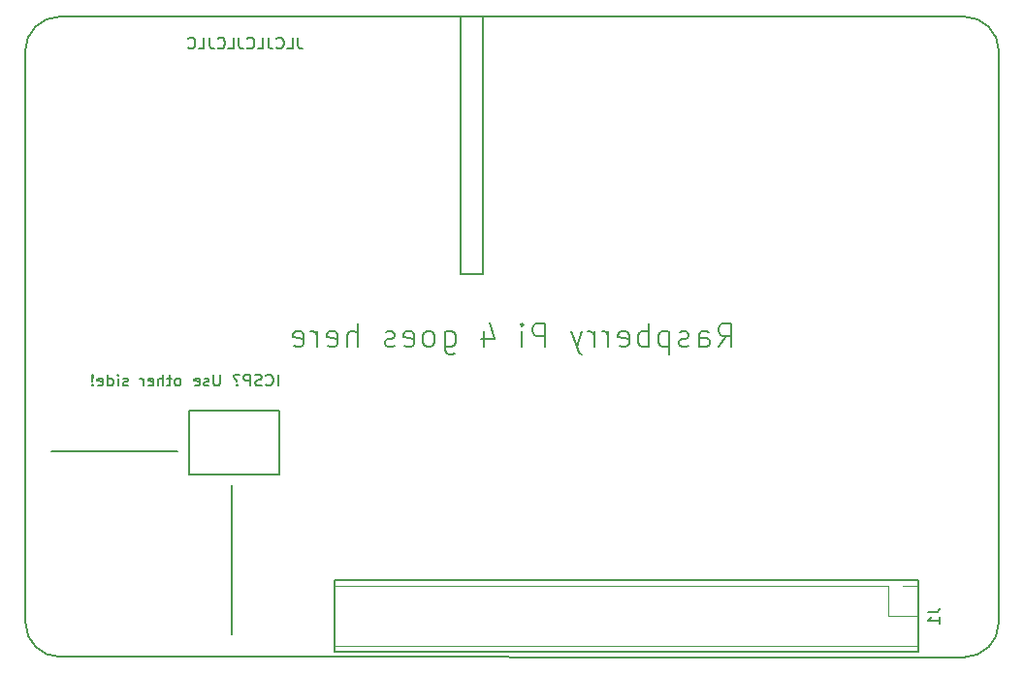
<source format=gbo>
%TF.GenerationSoftware,KiCad,Pcbnew,7.0.9-29-ge2d8d53a10*%
%TF.CreationDate,2023-11-19T17:16:07+01:00*%
%TF.ProjectId,scan-controller-kicad,7363616e-2d63-46f6-9e74-726f6c6c6572,rev?*%
%TF.SameCoordinates,Original*%
%TF.FileFunction,Legend,Bot*%
%TF.FilePolarity,Positive*%
%FSLAX46Y46*%
G04 Gerber Fmt 4.6, Leading zero omitted, Abs format (unit mm)*
G04 Created by KiCad (PCBNEW 7.0.9-29-ge2d8d53a10) date 2023-11-19 17:16:07*
%MOMM*%
%LPD*%
G01*
G04 APERTURE LIST*
%ADD10C,0.150000*%
%ADD11C,0.200000*%
%ADD12C,0.120000*%
%ADD13C,0.900000*%
%ADD14O,1.700000X1.700000*%
%ADD15R,1.700000X1.700000*%
%ADD16C,2.000000*%
%ADD17C,1.800000*%
%ADD18R,1.500000X1.500000*%
%ADD19C,2.100000*%
%ADD20R,2.100000X2.100000*%
%ADD21C,1.520000*%
%ADD22R,2.000000X2.000000*%
%ADD23C,3.500000*%
%ADD24C,2.600000*%
%ADD25C,0.800000*%
%ADD26C,6.400000*%
%ADD27C,2.200000*%
%ADD28R,2.200000X2.200000*%
%ADD29O,3.000000X3.300000*%
%ADD30C,1.700000*%
%ADD31R,1.000000X1.000000*%
%ADD32C,0.770000*%
G04 APERTURE END LIST*
D10*
X153555506Y-75069819D02*
X153555506Y-75784104D01*
X153555506Y-75784104D02*
X153603125Y-75926961D01*
X153603125Y-75926961D02*
X153698363Y-76022200D01*
X153698363Y-76022200D02*
X153841220Y-76069819D01*
X153841220Y-76069819D02*
X153936458Y-76069819D01*
X152603125Y-76069819D02*
X153079315Y-76069819D01*
X153079315Y-76069819D02*
X153079315Y-75069819D01*
X151698363Y-75974580D02*
X151745982Y-76022200D01*
X151745982Y-76022200D02*
X151888839Y-76069819D01*
X151888839Y-76069819D02*
X151984077Y-76069819D01*
X151984077Y-76069819D02*
X152126934Y-76022200D01*
X152126934Y-76022200D02*
X152222172Y-75926961D01*
X152222172Y-75926961D02*
X152269791Y-75831723D01*
X152269791Y-75831723D02*
X152317410Y-75641247D01*
X152317410Y-75641247D02*
X152317410Y-75498390D01*
X152317410Y-75498390D02*
X152269791Y-75307914D01*
X152269791Y-75307914D02*
X152222172Y-75212676D01*
X152222172Y-75212676D02*
X152126934Y-75117438D01*
X152126934Y-75117438D02*
X151984077Y-75069819D01*
X151984077Y-75069819D02*
X151888839Y-75069819D01*
X151888839Y-75069819D02*
X151745982Y-75117438D01*
X151745982Y-75117438D02*
X151698363Y-75165057D01*
X150984077Y-75069819D02*
X150984077Y-75784104D01*
X150984077Y-75784104D02*
X151031696Y-75926961D01*
X151031696Y-75926961D02*
X151126934Y-76022200D01*
X151126934Y-76022200D02*
X151269791Y-76069819D01*
X151269791Y-76069819D02*
X151365029Y-76069819D01*
X150031696Y-76069819D02*
X150507886Y-76069819D01*
X150507886Y-76069819D02*
X150507886Y-75069819D01*
X149126934Y-75974580D02*
X149174553Y-76022200D01*
X149174553Y-76022200D02*
X149317410Y-76069819D01*
X149317410Y-76069819D02*
X149412648Y-76069819D01*
X149412648Y-76069819D02*
X149555505Y-76022200D01*
X149555505Y-76022200D02*
X149650743Y-75926961D01*
X149650743Y-75926961D02*
X149698362Y-75831723D01*
X149698362Y-75831723D02*
X149745981Y-75641247D01*
X149745981Y-75641247D02*
X149745981Y-75498390D01*
X149745981Y-75498390D02*
X149698362Y-75307914D01*
X149698362Y-75307914D02*
X149650743Y-75212676D01*
X149650743Y-75212676D02*
X149555505Y-75117438D01*
X149555505Y-75117438D02*
X149412648Y-75069819D01*
X149412648Y-75069819D02*
X149317410Y-75069819D01*
X149317410Y-75069819D02*
X149174553Y-75117438D01*
X149174553Y-75117438D02*
X149126934Y-75165057D01*
X148412648Y-75069819D02*
X148412648Y-75784104D01*
X148412648Y-75784104D02*
X148460267Y-75926961D01*
X148460267Y-75926961D02*
X148555505Y-76022200D01*
X148555505Y-76022200D02*
X148698362Y-76069819D01*
X148698362Y-76069819D02*
X148793600Y-76069819D01*
X147460267Y-76069819D02*
X147936457Y-76069819D01*
X147936457Y-76069819D02*
X147936457Y-75069819D01*
X146555505Y-75974580D02*
X146603124Y-76022200D01*
X146603124Y-76022200D02*
X146745981Y-76069819D01*
X146745981Y-76069819D02*
X146841219Y-76069819D01*
X146841219Y-76069819D02*
X146984076Y-76022200D01*
X146984076Y-76022200D02*
X147079314Y-75926961D01*
X147079314Y-75926961D02*
X147126933Y-75831723D01*
X147126933Y-75831723D02*
X147174552Y-75641247D01*
X147174552Y-75641247D02*
X147174552Y-75498390D01*
X147174552Y-75498390D02*
X147126933Y-75307914D01*
X147126933Y-75307914D02*
X147079314Y-75212676D01*
X147079314Y-75212676D02*
X146984076Y-75117438D01*
X146984076Y-75117438D02*
X146841219Y-75069819D01*
X146841219Y-75069819D02*
X146745981Y-75069819D01*
X146745981Y-75069819D02*
X146603124Y-75117438D01*
X146603124Y-75117438D02*
X146555505Y-75165057D01*
X145841219Y-75069819D02*
X145841219Y-75784104D01*
X145841219Y-75784104D02*
X145888838Y-75926961D01*
X145888838Y-75926961D02*
X145984076Y-76022200D01*
X145984076Y-76022200D02*
X146126933Y-76069819D01*
X146126933Y-76069819D02*
X146222171Y-76069819D01*
X144888838Y-76069819D02*
X145365028Y-76069819D01*
X145365028Y-76069819D02*
X145365028Y-75069819D01*
X143984076Y-75974580D02*
X144031695Y-76022200D01*
X144031695Y-76022200D02*
X144174552Y-76069819D01*
X144174552Y-76069819D02*
X144269790Y-76069819D01*
X144269790Y-76069819D02*
X144412647Y-76022200D01*
X144412647Y-76022200D02*
X144507885Y-75926961D01*
X144507885Y-75926961D02*
X144555504Y-75831723D01*
X144555504Y-75831723D02*
X144603123Y-75641247D01*
X144603123Y-75641247D02*
X144603123Y-75498390D01*
X144603123Y-75498390D02*
X144555504Y-75307914D01*
X144555504Y-75307914D02*
X144507885Y-75212676D01*
X144507885Y-75212676D02*
X144412647Y-75117438D01*
X144412647Y-75117438D02*
X144269790Y-75069819D01*
X144269790Y-75069819D02*
X144174552Y-75069819D01*
X144174552Y-75069819D02*
X144031695Y-75117438D01*
X144031695Y-75117438D02*
X143984076Y-75165057D01*
X211750000Y-73250000D02*
X132751320Y-73251320D01*
X147750000Y-114250000D02*
X147750000Y-127250000D01*
X211750000Y-129250000D02*
X132771320Y-129228680D01*
X132751320Y-73251320D02*
G75*
G03*
X129751320Y-76251320I-20J-2999980D01*
G01*
X156750000Y-122500000D02*
X207750000Y-122500000D01*
X207750000Y-128750000D01*
X156750000Y-128750000D01*
X156750000Y-122500000D01*
X167750000Y-73250000D02*
X169750000Y-73250000D01*
X169750000Y-95750000D01*
X167750000Y-95750000D01*
X167750000Y-73250000D01*
X143000000Y-111250000D02*
X132000000Y-111250000D01*
X211750000Y-129250000D02*
G75*
G03*
X214750000Y-126250000I0J3000000D01*
G01*
X129771320Y-126228680D02*
G75*
G03*
X132771320Y-129228680I2999980J-20D01*
G01*
X129751320Y-76251320D02*
X129771320Y-126228680D01*
X144018000Y-107696000D02*
X151892000Y-107696000D01*
X151892000Y-113284000D01*
X144018000Y-113284000D01*
X144018000Y-107696000D01*
X214750000Y-126250000D02*
X214750000Y-76250000D01*
X214750000Y-76250000D02*
G75*
G03*
X211750000Y-73250000I-3000000J0D01*
G01*
X151809220Y-105533819D02*
X151809220Y-104533819D01*
X150761602Y-105438580D02*
X150809221Y-105486200D01*
X150809221Y-105486200D02*
X150952078Y-105533819D01*
X150952078Y-105533819D02*
X151047316Y-105533819D01*
X151047316Y-105533819D02*
X151190173Y-105486200D01*
X151190173Y-105486200D02*
X151285411Y-105390961D01*
X151285411Y-105390961D02*
X151333030Y-105295723D01*
X151333030Y-105295723D02*
X151380649Y-105105247D01*
X151380649Y-105105247D02*
X151380649Y-104962390D01*
X151380649Y-104962390D02*
X151333030Y-104771914D01*
X151333030Y-104771914D02*
X151285411Y-104676676D01*
X151285411Y-104676676D02*
X151190173Y-104581438D01*
X151190173Y-104581438D02*
X151047316Y-104533819D01*
X151047316Y-104533819D02*
X150952078Y-104533819D01*
X150952078Y-104533819D02*
X150809221Y-104581438D01*
X150809221Y-104581438D02*
X150761602Y-104629057D01*
X150380649Y-105486200D02*
X150237792Y-105533819D01*
X150237792Y-105533819D02*
X149999697Y-105533819D01*
X149999697Y-105533819D02*
X149904459Y-105486200D01*
X149904459Y-105486200D02*
X149856840Y-105438580D01*
X149856840Y-105438580D02*
X149809221Y-105343342D01*
X149809221Y-105343342D02*
X149809221Y-105248104D01*
X149809221Y-105248104D02*
X149856840Y-105152866D01*
X149856840Y-105152866D02*
X149904459Y-105105247D01*
X149904459Y-105105247D02*
X149999697Y-105057628D01*
X149999697Y-105057628D02*
X150190173Y-105010009D01*
X150190173Y-105010009D02*
X150285411Y-104962390D01*
X150285411Y-104962390D02*
X150333030Y-104914771D01*
X150333030Y-104914771D02*
X150380649Y-104819533D01*
X150380649Y-104819533D02*
X150380649Y-104724295D01*
X150380649Y-104724295D02*
X150333030Y-104629057D01*
X150333030Y-104629057D02*
X150285411Y-104581438D01*
X150285411Y-104581438D02*
X150190173Y-104533819D01*
X150190173Y-104533819D02*
X149952078Y-104533819D01*
X149952078Y-104533819D02*
X149809221Y-104581438D01*
X149380649Y-105533819D02*
X149380649Y-104533819D01*
X149380649Y-104533819D02*
X148999697Y-104533819D01*
X148999697Y-104533819D02*
X148904459Y-104581438D01*
X148904459Y-104581438D02*
X148856840Y-104629057D01*
X148856840Y-104629057D02*
X148809221Y-104724295D01*
X148809221Y-104724295D02*
X148809221Y-104867152D01*
X148809221Y-104867152D02*
X148856840Y-104962390D01*
X148856840Y-104962390D02*
X148904459Y-105010009D01*
X148904459Y-105010009D02*
X148999697Y-105057628D01*
X148999697Y-105057628D02*
X149380649Y-105057628D01*
X148237792Y-105438580D02*
X148190173Y-105486200D01*
X148190173Y-105486200D02*
X148237792Y-105533819D01*
X148237792Y-105533819D02*
X148285411Y-105486200D01*
X148285411Y-105486200D02*
X148237792Y-105438580D01*
X148237792Y-105438580D02*
X148237792Y-105533819D01*
X148428268Y-104581438D02*
X148333030Y-104533819D01*
X148333030Y-104533819D02*
X148094935Y-104533819D01*
X148094935Y-104533819D02*
X147999697Y-104581438D01*
X147999697Y-104581438D02*
X147952078Y-104676676D01*
X147952078Y-104676676D02*
X147952078Y-104771914D01*
X147952078Y-104771914D02*
X147999697Y-104867152D01*
X147999697Y-104867152D02*
X148047316Y-104914771D01*
X148047316Y-104914771D02*
X148142554Y-104962390D01*
X148142554Y-104962390D02*
X148190173Y-105010009D01*
X148190173Y-105010009D02*
X148237792Y-105105247D01*
X148237792Y-105105247D02*
X148237792Y-105152866D01*
X146761601Y-104533819D02*
X146761601Y-105343342D01*
X146761601Y-105343342D02*
X146713982Y-105438580D01*
X146713982Y-105438580D02*
X146666363Y-105486200D01*
X146666363Y-105486200D02*
X146571125Y-105533819D01*
X146571125Y-105533819D02*
X146380649Y-105533819D01*
X146380649Y-105533819D02*
X146285411Y-105486200D01*
X146285411Y-105486200D02*
X146237792Y-105438580D01*
X146237792Y-105438580D02*
X146190173Y-105343342D01*
X146190173Y-105343342D02*
X146190173Y-104533819D01*
X145761601Y-105486200D02*
X145666363Y-105533819D01*
X145666363Y-105533819D02*
X145475887Y-105533819D01*
X145475887Y-105533819D02*
X145380649Y-105486200D01*
X145380649Y-105486200D02*
X145333030Y-105390961D01*
X145333030Y-105390961D02*
X145333030Y-105343342D01*
X145333030Y-105343342D02*
X145380649Y-105248104D01*
X145380649Y-105248104D02*
X145475887Y-105200485D01*
X145475887Y-105200485D02*
X145618744Y-105200485D01*
X145618744Y-105200485D02*
X145713982Y-105152866D01*
X145713982Y-105152866D02*
X145761601Y-105057628D01*
X145761601Y-105057628D02*
X145761601Y-105010009D01*
X145761601Y-105010009D02*
X145713982Y-104914771D01*
X145713982Y-104914771D02*
X145618744Y-104867152D01*
X145618744Y-104867152D02*
X145475887Y-104867152D01*
X145475887Y-104867152D02*
X145380649Y-104914771D01*
X144523506Y-105486200D02*
X144618744Y-105533819D01*
X144618744Y-105533819D02*
X144809220Y-105533819D01*
X144809220Y-105533819D02*
X144904458Y-105486200D01*
X144904458Y-105486200D02*
X144952077Y-105390961D01*
X144952077Y-105390961D02*
X144952077Y-105010009D01*
X144952077Y-105010009D02*
X144904458Y-104914771D01*
X144904458Y-104914771D02*
X144809220Y-104867152D01*
X144809220Y-104867152D02*
X144618744Y-104867152D01*
X144618744Y-104867152D02*
X144523506Y-104914771D01*
X144523506Y-104914771D02*
X144475887Y-105010009D01*
X144475887Y-105010009D02*
X144475887Y-105105247D01*
X144475887Y-105105247D02*
X144952077Y-105200485D01*
X143142553Y-105533819D02*
X143237791Y-105486200D01*
X143237791Y-105486200D02*
X143285410Y-105438580D01*
X143285410Y-105438580D02*
X143333029Y-105343342D01*
X143333029Y-105343342D02*
X143333029Y-105057628D01*
X143333029Y-105057628D02*
X143285410Y-104962390D01*
X143285410Y-104962390D02*
X143237791Y-104914771D01*
X143237791Y-104914771D02*
X143142553Y-104867152D01*
X143142553Y-104867152D02*
X142999696Y-104867152D01*
X142999696Y-104867152D02*
X142904458Y-104914771D01*
X142904458Y-104914771D02*
X142856839Y-104962390D01*
X142856839Y-104962390D02*
X142809220Y-105057628D01*
X142809220Y-105057628D02*
X142809220Y-105343342D01*
X142809220Y-105343342D02*
X142856839Y-105438580D01*
X142856839Y-105438580D02*
X142904458Y-105486200D01*
X142904458Y-105486200D02*
X142999696Y-105533819D01*
X142999696Y-105533819D02*
X143142553Y-105533819D01*
X142523505Y-104867152D02*
X142142553Y-104867152D01*
X142380648Y-104533819D02*
X142380648Y-105390961D01*
X142380648Y-105390961D02*
X142333029Y-105486200D01*
X142333029Y-105486200D02*
X142237791Y-105533819D01*
X142237791Y-105533819D02*
X142142553Y-105533819D01*
X141809219Y-105533819D02*
X141809219Y-104533819D01*
X141380648Y-105533819D02*
X141380648Y-105010009D01*
X141380648Y-105010009D02*
X141428267Y-104914771D01*
X141428267Y-104914771D02*
X141523505Y-104867152D01*
X141523505Y-104867152D02*
X141666362Y-104867152D01*
X141666362Y-104867152D02*
X141761600Y-104914771D01*
X141761600Y-104914771D02*
X141809219Y-104962390D01*
X140523505Y-105486200D02*
X140618743Y-105533819D01*
X140618743Y-105533819D02*
X140809219Y-105533819D01*
X140809219Y-105533819D02*
X140904457Y-105486200D01*
X140904457Y-105486200D02*
X140952076Y-105390961D01*
X140952076Y-105390961D02*
X140952076Y-105010009D01*
X140952076Y-105010009D02*
X140904457Y-104914771D01*
X140904457Y-104914771D02*
X140809219Y-104867152D01*
X140809219Y-104867152D02*
X140618743Y-104867152D01*
X140618743Y-104867152D02*
X140523505Y-104914771D01*
X140523505Y-104914771D02*
X140475886Y-105010009D01*
X140475886Y-105010009D02*
X140475886Y-105105247D01*
X140475886Y-105105247D02*
X140952076Y-105200485D01*
X140047314Y-105533819D02*
X140047314Y-104867152D01*
X140047314Y-105057628D02*
X139999695Y-104962390D01*
X139999695Y-104962390D02*
X139952076Y-104914771D01*
X139952076Y-104914771D02*
X139856838Y-104867152D01*
X139856838Y-104867152D02*
X139761600Y-104867152D01*
X138713980Y-105486200D02*
X138618742Y-105533819D01*
X138618742Y-105533819D02*
X138428266Y-105533819D01*
X138428266Y-105533819D02*
X138333028Y-105486200D01*
X138333028Y-105486200D02*
X138285409Y-105390961D01*
X138285409Y-105390961D02*
X138285409Y-105343342D01*
X138285409Y-105343342D02*
X138333028Y-105248104D01*
X138333028Y-105248104D02*
X138428266Y-105200485D01*
X138428266Y-105200485D02*
X138571123Y-105200485D01*
X138571123Y-105200485D02*
X138666361Y-105152866D01*
X138666361Y-105152866D02*
X138713980Y-105057628D01*
X138713980Y-105057628D02*
X138713980Y-105010009D01*
X138713980Y-105010009D02*
X138666361Y-104914771D01*
X138666361Y-104914771D02*
X138571123Y-104867152D01*
X138571123Y-104867152D02*
X138428266Y-104867152D01*
X138428266Y-104867152D02*
X138333028Y-104914771D01*
X137856837Y-105533819D02*
X137856837Y-104867152D01*
X137856837Y-104533819D02*
X137904456Y-104581438D01*
X137904456Y-104581438D02*
X137856837Y-104629057D01*
X137856837Y-104629057D02*
X137809218Y-104581438D01*
X137809218Y-104581438D02*
X137856837Y-104533819D01*
X137856837Y-104533819D02*
X137856837Y-104629057D01*
X136952076Y-105533819D02*
X136952076Y-104533819D01*
X136952076Y-105486200D02*
X137047314Y-105533819D01*
X137047314Y-105533819D02*
X137237790Y-105533819D01*
X137237790Y-105533819D02*
X137333028Y-105486200D01*
X137333028Y-105486200D02*
X137380647Y-105438580D01*
X137380647Y-105438580D02*
X137428266Y-105343342D01*
X137428266Y-105343342D02*
X137428266Y-105057628D01*
X137428266Y-105057628D02*
X137380647Y-104962390D01*
X137380647Y-104962390D02*
X137333028Y-104914771D01*
X137333028Y-104914771D02*
X137237790Y-104867152D01*
X137237790Y-104867152D02*
X137047314Y-104867152D01*
X137047314Y-104867152D02*
X136952076Y-104914771D01*
X136094933Y-105486200D02*
X136190171Y-105533819D01*
X136190171Y-105533819D02*
X136380647Y-105533819D01*
X136380647Y-105533819D02*
X136475885Y-105486200D01*
X136475885Y-105486200D02*
X136523504Y-105390961D01*
X136523504Y-105390961D02*
X136523504Y-105010009D01*
X136523504Y-105010009D02*
X136475885Y-104914771D01*
X136475885Y-104914771D02*
X136380647Y-104867152D01*
X136380647Y-104867152D02*
X136190171Y-104867152D01*
X136190171Y-104867152D02*
X136094933Y-104914771D01*
X136094933Y-104914771D02*
X136047314Y-105010009D01*
X136047314Y-105010009D02*
X136047314Y-105105247D01*
X136047314Y-105105247D02*
X136523504Y-105200485D01*
X135618742Y-105438580D02*
X135571123Y-105486200D01*
X135571123Y-105486200D02*
X135618742Y-105533819D01*
X135618742Y-105533819D02*
X135666361Y-105486200D01*
X135666361Y-105486200D02*
X135618742Y-105438580D01*
X135618742Y-105438580D02*
X135618742Y-105533819D01*
X135618742Y-105152866D02*
X135666361Y-104581438D01*
X135666361Y-104581438D02*
X135618742Y-104533819D01*
X135618742Y-104533819D02*
X135571123Y-104581438D01*
X135571123Y-104581438D02*
X135618742Y-105152866D01*
X135618742Y-105152866D02*
X135618742Y-104533819D01*
D11*
X190273374Y-102106838D02*
X190940041Y-101154457D01*
X191416231Y-102106838D02*
X191416231Y-100106838D01*
X191416231Y-100106838D02*
X190654326Y-100106838D01*
X190654326Y-100106838D02*
X190463850Y-100202076D01*
X190463850Y-100202076D02*
X190368612Y-100297314D01*
X190368612Y-100297314D02*
X190273374Y-100487790D01*
X190273374Y-100487790D02*
X190273374Y-100773504D01*
X190273374Y-100773504D02*
X190368612Y-100963980D01*
X190368612Y-100963980D02*
X190463850Y-101059219D01*
X190463850Y-101059219D02*
X190654326Y-101154457D01*
X190654326Y-101154457D02*
X191416231Y-101154457D01*
X188559088Y-102106838D02*
X188559088Y-101059219D01*
X188559088Y-101059219D02*
X188654326Y-100868742D01*
X188654326Y-100868742D02*
X188844802Y-100773504D01*
X188844802Y-100773504D02*
X189225755Y-100773504D01*
X189225755Y-100773504D02*
X189416231Y-100868742D01*
X188559088Y-102011600D02*
X188749564Y-102106838D01*
X188749564Y-102106838D02*
X189225755Y-102106838D01*
X189225755Y-102106838D02*
X189416231Y-102011600D01*
X189416231Y-102011600D02*
X189511469Y-101821123D01*
X189511469Y-101821123D02*
X189511469Y-101630647D01*
X189511469Y-101630647D02*
X189416231Y-101440171D01*
X189416231Y-101440171D02*
X189225755Y-101344933D01*
X189225755Y-101344933D02*
X188749564Y-101344933D01*
X188749564Y-101344933D02*
X188559088Y-101249695D01*
X187701945Y-102011600D02*
X187511469Y-102106838D01*
X187511469Y-102106838D02*
X187130517Y-102106838D01*
X187130517Y-102106838D02*
X186940040Y-102011600D01*
X186940040Y-102011600D02*
X186844802Y-101821123D01*
X186844802Y-101821123D02*
X186844802Y-101725885D01*
X186844802Y-101725885D02*
X186940040Y-101535409D01*
X186940040Y-101535409D02*
X187130517Y-101440171D01*
X187130517Y-101440171D02*
X187416231Y-101440171D01*
X187416231Y-101440171D02*
X187606707Y-101344933D01*
X187606707Y-101344933D02*
X187701945Y-101154457D01*
X187701945Y-101154457D02*
X187701945Y-101059219D01*
X187701945Y-101059219D02*
X187606707Y-100868742D01*
X187606707Y-100868742D02*
X187416231Y-100773504D01*
X187416231Y-100773504D02*
X187130517Y-100773504D01*
X187130517Y-100773504D02*
X186940040Y-100868742D01*
X185987659Y-100773504D02*
X185987659Y-102773504D01*
X185987659Y-100868742D02*
X185797183Y-100773504D01*
X185797183Y-100773504D02*
X185416230Y-100773504D01*
X185416230Y-100773504D02*
X185225754Y-100868742D01*
X185225754Y-100868742D02*
X185130516Y-100963980D01*
X185130516Y-100963980D02*
X185035278Y-101154457D01*
X185035278Y-101154457D02*
X185035278Y-101725885D01*
X185035278Y-101725885D02*
X185130516Y-101916361D01*
X185130516Y-101916361D02*
X185225754Y-102011600D01*
X185225754Y-102011600D02*
X185416230Y-102106838D01*
X185416230Y-102106838D02*
X185797183Y-102106838D01*
X185797183Y-102106838D02*
X185987659Y-102011600D01*
X184178135Y-102106838D02*
X184178135Y-100106838D01*
X184178135Y-100868742D02*
X183987659Y-100773504D01*
X183987659Y-100773504D02*
X183606706Y-100773504D01*
X183606706Y-100773504D02*
X183416230Y-100868742D01*
X183416230Y-100868742D02*
X183320992Y-100963980D01*
X183320992Y-100963980D02*
X183225754Y-101154457D01*
X183225754Y-101154457D02*
X183225754Y-101725885D01*
X183225754Y-101725885D02*
X183320992Y-101916361D01*
X183320992Y-101916361D02*
X183416230Y-102011600D01*
X183416230Y-102011600D02*
X183606706Y-102106838D01*
X183606706Y-102106838D02*
X183987659Y-102106838D01*
X183987659Y-102106838D02*
X184178135Y-102011600D01*
X181606706Y-102011600D02*
X181797182Y-102106838D01*
X181797182Y-102106838D02*
X182178135Y-102106838D01*
X182178135Y-102106838D02*
X182368611Y-102011600D01*
X182368611Y-102011600D02*
X182463849Y-101821123D01*
X182463849Y-101821123D02*
X182463849Y-101059219D01*
X182463849Y-101059219D02*
X182368611Y-100868742D01*
X182368611Y-100868742D02*
X182178135Y-100773504D01*
X182178135Y-100773504D02*
X181797182Y-100773504D01*
X181797182Y-100773504D02*
X181606706Y-100868742D01*
X181606706Y-100868742D02*
X181511468Y-101059219D01*
X181511468Y-101059219D02*
X181511468Y-101249695D01*
X181511468Y-101249695D02*
X182463849Y-101440171D01*
X180654325Y-102106838D02*
X180654325Y-100773504D01*
X180654325Y-101154457D02*
X180559087Y-100963980D01*
X180559087Y-100963980D02*
X180463849Y-100868742D01*
X180463849Y-100868742D02*
X180273373Y-100773504D01*
X180273373Y-100773504D02*
X180082896Y-100773504D01*
X179416230Y-102106838D02*
X179416230Y-100773504D01*
X179416230Y-101154457D02*
X179320992Y-100963980D01*
X179320992Y-100963980D02*
X179225754Y-100868742D01*
X179225754Y-100868742D02*
X179035278Y-100773504D01*
X179035278Y-100773504D02*
X178844801Y-100773504D01*
X178368611Y-100773504D02*
X177892421Y-102106838D01*
X177416230Y-100773504D02*
X177892421Y-102106838D01*
X177892421Y-102106838D02*
X178082897Y-102583028D01*
X178082897Y-102583028D02*
X178178135Y-102678266D01*
X178178135Y-102678266D02*
X178368611Y-102773504D01*
X175130515Y-102106838D02*
X175130515Y-100106838D01*
X175130515Y-100106838D02*
X174368610Y-100106838D01*
X174368610Y-100106838D02*
X174178134Y-100202076D01*
X174178134Y-100202076D02*
X174082896Y-100297314D01*
X174082896Y-100297314D02*
X173987658Y-100487790D01*
X173987658Y-100487790D02*
X173987658Y-100773504D01*
X173987658Y-100773504D02*
X174082896Y-100963980D01*
X174082896Y-100963980D02*
X174178134Y-101059219D01*
X174178134Y-101059219D02*
X174368610Y-101154457D01*
X174368610Y-101154457D02*
X175130515Y-101154457D01*
X173130515Y-102106838D02*
X173130515Y-100773504D01*
X173130515Y-100106838D02*
X173225753Y-100202076D01*
X173225753Y-100202076D02*
X173130515Y-100297314D01*
X173130515Y-100297314D02*
X173035277Y-100202076D01*
X173035277Y-100202076D02*
X173130515Y-100106838D01*
X173130515Y-100106838D02*
X173130515Y-100297314D01*
X169797181Y-100773504D02*
X169797181Y-102106838D01*
X170273372Y-100011600D02*
X170749562Y-101440171D01*
X170749562Y-101440171D02*
X169511467Y-101440171D01*
X166368609Y-100773504D02*
X166368609Y-102392552D01*
X166368609Y-102392552D02*
X166463847Y-102583028D01*
X166463847Y-102583028D02*
X166559085Y-102678266D01*
X166559085Y-102678266D02*
X166749562Y-102773504D01*
X166749562Y-102773504D02*
X167035276Y-102773504D01*
X167035276Y-102773504D02*
X167225752Y-102678266D01*
X166368609Y-102011600D02*
X166559085Y-102106838D01*
X166559085Y-102106838D02*
X166940038Y-102106838D01*
X166940038Y-102106838D02*
X167130514Y-102011600D01*
X167130514Y-102011600D02*
X167225752Y-101916361D01*
X167225752Y-101916361D02*
X167320990Y-101725885D01*
X167320990Y-101725885D02*
X167320990Y-101154457D01*
X167320990Y-101154457D02*
X167225752Y-100963980D01*
X167225752Y-100963980D02*
X167130514Y-100868742D01*
X167130514Y-100868742D02*
X166940038Y-100773504D01*
X166940038Y-100773504D02*
X166559085Y-100773504D01*
X166559085Y-100773504D02*
X166368609Y-100868742D01*
X165130514Y-102106838D02*
X165320990Y-102011600D01*
X165320990Y-102011600D02*
X165416228Y-101916361D01*
X165416228Y-101916361D02*
X165511466Y-101725885D01*
X165511466Y-101725885D02*
X165511466Y-101154457D01*
X165511466Y-101154457D02*
X165416228Y-100963980D01*
X165416228Y-100963980D02*
X165320990Y-100868742D01*
X165320990Y-100868742D02*
X165130514Y-100773504D01*
X165130514Y-100773504D02*
X164844799Y-100773504D01*
X164844799Y-100773504D02*
X164654323Y-100868742D01*
X164654323Y-100868742D02*
X164559085Y-100963980D01*
X164559085Y-100963980D02*
X164463847Y-101154457D01*
X164463847Y-101154457D02*
X164463847Y-101725885D01*
X164463847Y-101725885D02*
X164559085Y-101916361D01*
X164559085Y-101916361D02*
X164654323Y-102011600D01*
X164654323Y-102011600D02*
X164844799Y-102106838D01*
X164844799Y-102106838D02*
X165130514Y-102106838D01*
X162844799Y-102011600D02*
X163035275Y-102106838D01*
X163035275Y-102106838D02*
X163416228Y-102106838D01*
X163416228Y-102106838D02*
X163606704Y-102011600D01*
X163606704Y-102011600D02*
X163701942Y-101821123D01*
X163701942Y-101821123D02*
X163701942Y-101059219D01*
X163701942Y-101059219D02*
X163606704Y-100868742D01*
X163606704Y-100868742D02*
X163416228Y-100773504D01*
X163416228Y-100773504D02*
X163035275Y-100773504D01*
X163035275Y-100773504D02*
X162844799Y-100868742D01*
X162844799Y-100868742D02*
X162749561Y-101059219D01*
X162749561Y-101059219D02*
X162749561Y-101249695D01*
X162749561Y-101249695D02*
X163701942Y-101440171D01*
X161987656Y-102011600D02*
X161797180Y-102106838D01*
X161797180Y-102106838D02*
X161416228Y-102106838D01*
X161416228Y-102106838D02*
X161225751Y-102011600D01*
X161225751Y-102011600D02*
X161130513Y-101821123D01*
X161130513Y-101821123D02*
X161130513Y-101725885D01*
X161130513Y-101725885D02*
X161225751Y-101535409D01*
X161225751Y-101535409D02*
X161416228Y-101440171D01*
X161416228Y-101440171D02*
X161701942Y-101440171D01*
X161701942Y-101440171D02*
X161892418Y-101344933D01*
X161892418Y-101344933D02*
X161987656Y-101154457D01*
X161987656Y-101154457D02*
X161987656Y-101059219D01*
X161987656Y-101059219D02*
X161892418Y-100868742D01*
X161892418Y-100868742D02*
X161701942Y-100773504D01*
X161701942Y-100773504D02*
X161416228Y-100773504D01*
X161416228Y-100773504D02*
X161225751Y-100868742D01*
X158749560Y-102106838D02*
X158749560Y-100106838D01*
X157892417Y-102106838D02*
X157892417Y-101059219D01*
X157892417Y-101059219D02*
X157987655Y-100868742D01*
X157987655Y-100868742D02*
X158178131Y-100773504D01*
X158178131Y-100773504D02*
X158463846Y-100773504D01*
X158463846Y-100773504D02*
X158654322Y-100868742D01*
X158654322Y-100868742D02*
X158749560Y-100963980D01*
X156178131Y-102011600D02*
X156368607Y-102106838D01*
X156368607Y-102106838D02*
X156749560Y-102106838D01*
X156749560Y-102106838D02*
X156940036Y-102011600D01*
X156940036Y-102011600D02*
X157035274Y-101821123D01*
X157035274Y-101821123D02*
X157035274Y-101059219D01*
X157035274Y-101059219D02*
X156940036Y-100868742D01*
X156940036Y-100868742D02*
X156749560Y-100773504D01*
X156749560Y-100773504D02*
X156368607Y-100773504D01*
X156368607Y-100773504D02*
X156178131Y-100868742D01*
X156178131Y-100868742D02*
X156082893Y-101059219D01*
X156082893Y-101059219D02*
X156082893Y-101249695D01*
X156082893Y-101249695D02*
X157035274Y-101440171D01*
X155225750Y-102106838D02*
X155225750Y-100773504D01*
X155225750Y-101154457D02*
X155130512Y-100963980D01*
X155130512Y-100963980D02*
X155035274Y-100868742D01*
X155035274Y-100868742D02*
X154844798Y-100773504D01*
X154844798Y-100773504D02*
X154654321Y-100773504D01*
X153225750Y-102011600D02*
X153416226Y-102106838D01*
X153416226Y-102106838D02*
X153797179Y-102106838D01*
X153797179Y-102106838D02*
X153987655Y-102011600D01*
X153987655Y-102011600D02*
X154082893Y-101821123D01*
X154082893Y-101821123D02*
X154082893Y-101059219D01*
X154082893Y-101059219D02*
X153987655Y-100868742D01*
X153987655Y-100868742D02*
X153797179Y-100773504D01*
X153797179Y-100773504D02*
X153416226Y-100773504D01*
X153416226Y-100773504D02*
X153225750Y-100868742D01*
X153225750Y-100868742D02*
X153130512Y-101059219D01*
X153130512Y-101059219D02*
X153130512Y-101249695D01*
X153130512Y-101249695D02*
X154082893Y-101440171D01*
D10*
X208590412Y-125316429D02*
X209304697Y-125316429D01*
X209304697Y-125316429D02*
X209447554Y-125268810D01*
X209447554Y-125268810D02*
X209542793Y-125173572D01*
X209542793Y-125173572D02*
X209590412Y-125030715D01*
X209590412Y-125030715D02*
X209590412Y-124935477D01*
X209590412Y-126316429D02*
X209590412Y-125745001D01*
X209590412Y-126030715D02*
X208590412Y-126030715D01*
X208590412Y-126030715D02*
X208733269Y-125935477D01*
X208733269Y-125935477D02*
X208828507Y-125840239D01*
X208828507Y-125840239D02*
X208876126Y-125745001D01*
D12*
%TO.C,J1*%
X207695593Y-123049763D02*
X206365593Y-123049763D01*
X205095593Y-123049763D02*
X156775593Y-123049763D01*
X207695593Y-124379763D02*
X207695593Y-123049763D01*
X207695593Y-125649763D02*
X205095593Y-125649763D01*
X205095593Y-125649763D02*
X205095593Y-123049763D01*
X207695593Y-128249763D02*
X207695593Y-125649763D01*
X207695593Y-128249763D02*
X156775593Y-128249763D01*
X156775593Y-128249763D02*
X156775593Y-123049763D01*
%TD*%
%LPC*%
D11*
X126912781Y-126625565D02*
X126912781Y-127292232D01*
X125865162Y-127292232D02*
X127865162Y-127292232D01*
X127865162Y-127292232D02*
X127865162Y-126339851D01*
X125865162Y-125577946D02*
X127198496Y-125577946D01*
X127865162Y-125577946D02*
X127769924Y-125673184D01*
X127769924Y-125673184D02*
X127674686Y-125577946D01*
X127674686Y-125577946D02*
X127769924Y-125482708D01*
X127769924Y-125482708D02*
X127865162Y-125577946D01*
X127865162Y-125577946D02*
X127674686Y-125577946D01*
X125865162Y-124339851D02*
X125960401Y-124530327D01*
X125960401Y-124530327D02*
X126150877Y-124625565D01*
X126150877Y-124625565D02*
X127865162Y-124625565D01*
X125865162Y-123577946D02*
X127198496Y-123577946D01*
X127008020Y-123577946D02*
X127103258Y-123482708D01*
X127103258Y-123482708D02*
X127198496Y-123292232D01*
X127198496Y-123292232D02*
X127198496Y-123006517D01*
X127198496Y-123006517D02*
X127103258Y-122816041D01*
X127103258Y-122816041D02*
X126912781Y-122720803D01*
X126912781Y-122720803D02*
X125865162Y-122720803D01*
X126912781Y-122720803D02*
X127103258Y-122625565D01*
X127103258Y-122625565D02*
X127198496Y-122435089D01*
X127198496Y-122435089D02*
X127198496Y-122149375D01*
X127198496Y-122149375D02*
X127103258Y-121958898D01*
X127103258Y-121958898D02*
X126912781Y-121863660D01*
X126912781Y-121863660D02*
X125865162Y-121863660D01*
X125865162Y-120911279D02*
X127865162Y-120911279D01*
X126627067Y-120720803D02*
X125865162Y-120149374D01*
X127198496Y-120149374D02*
X126436591Y-120911279D01*
X125865162Y-119006517D02*
X125960401Y-119196993D01*
X125960401Y-119196993D02*
X126055639Y-119292231D01*
X126055639Y-119292231D02*
X126246115Y-119387469D01*
X126246115Y-119387469D02*
X126817543Y-119387469D01*
X126817543Y-119387469D02*
X127008020Y-119292231D01*
X127008020Y-119292231D02*
X127103258Y-119196993D01*
X127103258Y-119196993D02*
X127198496Y-119006517D01*
X127198496Y-119006517D02*
X127198496Y-118720802D01*
X127198496Y-118720802D02*
X127103258Y-118530326D01*
X127103258Y-118530326D02*
X127008020Y-118435088D01*
X127008020Y-118435088D02*
X126817543Y-118339850D01*
X126817543Y-118339850D02*
X126246115Y-118339850D01*
X126246115Y-118339850D02*
X126055639Y-118435088D01*
X126055639Y-118435088D02*
X125960401Y-118530326D01*
X125960401Y-118530326D02*
X125865162Y-118720802D01*
X125865162Y-118720802D02*
X125865162Y-119006517D01*
X125865162Y-117482707D02*
X127198496Y-117482707D01*
X126817543Y-117482707D02*
X127008020Y-117387469D01*
X127008020Y-117387469D02*
X127103258Y-117292231D01*
X127103258Y-117292231D02*
X127198496Y-117101755D01*
X127198496Y-117101755D02*
X127198496Y-116911278D01*
X127198496Y-116244612D02*
X125865162Y-116244612D01*
X127008020Y-116244612D02*
X127103258Y-116149374D01*
X127103258Y-116149374D02*
X127198496Y-115958898D01*
X127198496Y-115958898D02*
X127198496Y-115673183D01*
X127198496Y-115673183D02*
X127103258Y-115482707D01*
X127103258Y-115482707D02*
X126912781Y-115387469D01*
X126912781Y-115387469D02*
X125865162Y-115387469D01*
X126627067Y-114435088D02*
X126627067Y-112911279D01*
X125960401Y-112054136D02*
X125865162Y-111768422D01*
X125865162Y-111768422D02*
X125865162Y-111292231D01*
X125865162Y-111292231D02*
X125960401Y-111101755D01*
X125960401Y-111101755D02*
X126055639Y-111006517D01*
X126055639Y-111006517D02*
X126246115Y-110911279D01*
X126246115Y-110911279D02*
X126436591Y-110911279D01*
X126436591Y-110911279D02*
X126627067Y-111006517D01*
X126627067Y-111006517D02*
X126722305Y-111101755D01*
X126722305Y-111101755D02*
X126817543Y-111292231D01*
X126817543Y-111292231D02*
X126912781Y-111673184D01*
X126912781Y-111673184D02*
X127008020Y-111863660D01*
X127008020Y-111863660D02*
X127103258Y-111958898D01*
X127103258Y-111958898D02*
X127293734Y-112054136D01*
X127293734Y-112054136D02*
X127484210Y-112054136D01*
X127484210Y-112054136D02*
X127674686Y-111958898D01*
X127674686Y-111958898D02*
X127769924Y-111863660D01*
X127769924Y-111863660D02*
X127865162Y-111673184D01*
X127865162Y-111673184D02*
X127865162Y-111196993D01*
X127865162Y-111196993D02*
X127769924Y-110911279D01*
X125960401Y-109196993D02*
X125865162Y-109387469D01*
X125865162Y-109387469D02*
X125865162Y-109768422D01*
X125865162Y-109768422D02*
X125960401Y-109958898D01*
X125960401Y-109958898D02*
X126055639Y-110054136D01*
X126055639Y-110054136D02*
X126246115Y-110149374D01*
X126246115Y-110149374D02*
X126817543Y-110149374D01*
X126817543Y-110149374D02*
X127008020Y-110054136D01*
X127008020Y-110054136D02*
X127103258Y-109958898D01*
X127103258Y-109958898D02*
X127198496Y-109768422D01*
X127198496Y-109768422D02*
X127198496Y-109387469D01*
X127198496Y-109387469D02*
X127103258Y-109196993D01*
X125865162Y-107482707D02*
X126912781Y-107482707D01*
X126912781Y-107482707D02*
X127103258Y-107577945D01*
X127103258Y-107577945D02*
X127198496Y-107768421D01*
X127198496Y-107768421D02*
X127198496Y-108149374D01*
X127198496Y-108149374D02*
X127103258Y-108339850D01*
X125960401Y-107482707D02*
X125865162Y-107673183D01*
X125865162Y-107673183D02*
X125865162Y-108149374D01*
X125865162Y-108149374D02*
X125960401Y-108339850D01*
X125960401Y-108339850D02*
X126150877Y-108435088D01*
X126150877Y-108435088D02*
X126341353Y-108435088D01*
X126341353Y-108435088D02*
X126531829Y-108339850D01*
X126531829Y-108339850D02*
X126627067Y-108149374D01*
X126627067Y-108149374D02*
X126627067Y-107673183D01*
X126627067Y-107673183D02*
X126722305Y-107482707D01*
X127198496Y-106530326D02*
X125865162Y-106530326D01*
X127008020Y-106530326D02*
X127103258Y-106435088D01*
X127103258Y-106435088D02*
X127198496Y-106244612D01*
X127198496Y-106244612D02*
X127198496Y-105958897D01*
X127198496Y-105958897D02*
X127103258Y-105768421D01*
X127103258Y-105768421D02*
X126912781Y-105673183D01*
X126912781Y-105673183D02*
X125865162Y-105673183D01*
X127198496Y-104720802D02*
X125865162Y-104720802D01*
X127008020Y-104720802D02*
X127103258Y-104625564D01*
X127103258Y-104625564D02*
X127198496Y-104435088D01*
X127198496Y-104435088D02*
X127198496Y-104149373D01*
X127198496Y-104149373D02*
X127103258Y-103958897D01*
X127103258Y-103958897D02*
X126912781Y-103863659D01*
X126912781Y-103863659D02*
X125865162Y-103863659D01*
X125960401Y-102149373D02*
X125865162Y-102339849D01*
X125865162Y-102339849D02*
X125865162Y-102720802D01*
X125865162Y-102720802D02*
X125960401Y-102911278D01*
X125960401Y-102911278D02*
X126150877Y-103006516D01*
X126150877Y-103006516D02*
X126912781Y-103006516D01*
X126912781Y-103006516D02*
X127103258Y-102911278D01*
X127103258Y-102911278D02*
X127198496Y-102720802D01*
X127198496Y-102720802D02*
X127198496Y-102339849D01*
X127198496Y-102339849D02*
X127103258Y-102149373D01*
X127103258Y-102149373D02*
X126912781Y-102054135D01*
X126912781Y-102054135D02*
X126722305Y-102054135D01*
X126722305Y-102054135D02*
X126531829Y-103006516D01*
X125865162Y-101196992D02*
X127198496Y-101196992D01*
X126817543Y-101196992D02*
X127008020Y-101101754D01*
X127008020Y-101101754D02*
X127103258Y-101006516D01*
X127103258Y-101006516D02*
X127198496Y-100816040D01*
X127198496Y-100816040D02*
X127198496Y-100625563D01*
X122645162Y-127292232D02*
X124645162Y-127292232D01*
X123883258Y-127292232D02*
X123978496Y-127101756D01*
X123978496Y-127101756D02*
X123978496Y-126720803D01*
X123978496Y-126720803D02*
X123883258Y-126530327D01*
X123883258Y-126530327D02*
X123788020Y-126435089D01*
X123788020Y-126435089D02*
X123597543Y-126339851D01*
X123597543Y-126339851D02*
X123026115Y-126339851D01*
X123026115Y-126339851D02*
X122835639Y-126435089D01*
X122835639Y-126435089D02*
X122740401Y-126530327D01*
X122740401Y-126530327D02*
X122645162Y-126720803D01*
X122645162Y-126720803D02*
X122645162Y-127101756D01*
X122645162Y-127101756D02*
X122740401Y-127292232D01*
X123978496Y-125673184D02*
X122645162Y-125196994D01*
X123978496Y-124720803D02*
X122645162Y-125196994D01*
X122645162Y-125196994D02*
X122168972Y-125387470D01*
X122168972Y-125387470D02*
X122073734Y-125482708D01*
X122073734Y-125482708D02*
X121978496Y-125673184D01*
X123978496Y-122720802D02*
X123978496Y-121958898D01*
X122645162Y-122435088D02*
X124359448Y-122435088D01*
X124359448Y-122435088D02*
X124549924Y-122339850D01*
X124549924Y-122339850D02*
X124645162Y-122149374D01*
X124645162Y-122149374D02*
X124645162Y-121958898D01*
X122645162Y-121292231D02*
X123978496Y-121292231D01*
X124645162Y-121292231D02*
X124549924Y-121387469D01*
X124549924Y-121387469D02*
X124454686Y-121292231D01*
X124454686Y-121292231D02*
X124549924Y-121196993D01*
X124549924Y-121196993D02*
X124645162Y-121292231D01*
X124645162Y-121292231D02*
X124454686Y-121292231D01*
X122645162Y-120054136D02*
X122740401Y-120244612D01*
X122740401Y-120244612D02*
X122930877Y-120339850D01*
X122930877Y-120339850D02*
X124645162Y-120339850D01*
X122645162Y-119292231D02*
X123978496Y-119292231D01*
X123788020Y-119292231D02*
X123883258Y-119196993D01*
X123883258Y-119196993D02*
X123978496Y-119006517D01*
X123978496Y-119006517D02*
X123978496Y-118720802D01*
X123978496Y-118720802D02*
X123883258Y-118530326D01*
X123883258Y-118530326D02*
X123692781Y-118435088D01*
X123692781Y-118435088D02*
X122645162Y-118435088D01*
X123692781Y-118435088D02*
X123883258Y-118339850D01*
X123883258Y-118339850D02*
X123978496Y-118149374D01*
X123978496Y-118149374D02*
X123978496Y-117863660D01*
X123978496Y-117863660D02*
X123883258Y-117673183D01*
X123883258Y-117673183D02*
X123692781Y-117577945D01*
X123692781Y-117577945D02*
X122645162Y-117577945D01*
X122645162Y-116625564D02*
X124645162Y-116625564D01*
X123407067Y-116435088D02*
X122645162Y-115863659D01*
X123978496Y-115863659D02*
X123216591Y-116625564D01*
X122645162Y-114720802D02*
X122740401Y-114911278D01*
X122740401Y-114911278D02*
X122835639Y-115006516D01*
X122835639Y-115006516D02*
X123026115Y-115101754D01*
X123026115Y-115101754D02*
X123597543Y-115101754D01*
X123597543Y-115101754D02*
X123788020Y-115006516D01*
X123788020Y-115006516D02*
X123883258Y-114911278D01*
X123883258Y-114911278D02*
X123978496Y-114720802D01*
X123978496Y-114720802D02*
X123978496Y-114435087D01*
X123978496Y-114435087D02*
X123883258Y-114244611D01*
X123883258Y-114244611D02*
X123788020Y-114149373D01*
X123788020Y-114149373D02*
X123597543Y-114054135D01*
X123597543Y-114054135D02*
X123026115Y-114054135D01*
X123026115Y-114054135D02*
X122835639Y-114149373D01*
X122835639Y-114149373D02*
X122740401Y-114244611D01*
X122740401Y-114244611D02*
X122645162Y-114435087D01*
X122645162Y-114435087D02*
X122645162Y-114720802D01*
X122645162Y-113196992D02*
X123978496Y-113196992D01*
X123597543Y-113196992D02*
X123788020Y-113101754D01*
X123788020Y-113101754D02*
X123883258Y-113006516D01*
X123883258Y-113006516D02*
X123978496Y-112816040D01*
X123978496Y-112816040D02*
X123978496Y-112625563D01*
X123978496Y-111958897D02*
X122645162Y-111958897D01*
X123788020Y-111958897D02*
X123883258Y-111863659D01*
X123883258Y-111863659D02*
X123978496Y-111673183D01*
X123978496Y-111673183D02*
X123978496Y-111387468D01*
X123978496Y-111387468D02*
X123883258Y-111196992D01*
X123883258Y-111196992D02*
X123692781Y-111101754D01*
X123692781Y-111101754D02*
X122645162Y-111101754D01*
X122835639Y-110149373D02*
X122740401Y-110054135D01*
X122740401Y-110054135D02*
X122645162Y-110149373D01*
X122645162Y-110149373D02*
X122740401Y-110244611D01*
X122740401Y-110244611D02*
X122835639Y-110149373D01*
X122835639Y-110149373D02*
X122645162Y-110149373D01*
X122645162Y-108911278D02*
X122740401Y-109101754D01*
X122740401Y-109101754D02*
X122835639Y-109196992D01*
X122835639Y-109196992D02*
X123026115Y-109292230D01*
X123026115Y-109292230D02*
X123597543Y-109292230D01*
X123597543Y-109292230D02*
X123788020Y-109196992D01*
X123788020Y-109196992D02*
X123883258Y-109101754D01*
X123883258Y-109101754D02*
X123978496Y-108911278D01*
X123978496Y-108911278D02*
X123978496Y-108625563D01*
X123978496Y-108625563D02*
X123883258Y-108435087D01*
X123883258Y-108435087D02*
X123788020Y-108339849D01*
X123788020Y-108339849D02*
X123597543Y-108244611D01*
X123597543Y-108244611D02*
X123026115Y-108244611D01*
X123026115Y-108244611D02*
X122835639Y-108339849D01*
X122835639Y-108339849D02*
X122740401Y-108435087D01*
X122740401Y-108435087D02*
X122645162Y-108625563D01*
X122645162Y-108625563D02*
X122645162Y-108911278D01*
X122645162Y-107387468D02*
X123978496Y-107387468D01*
X123597543Y-107387468D02*
X123788020Y-107292230D01*
X123788020Y-107292230D02*
X123883258Y-107196992D01*
X123883258Y-107196992D02*
X123978496Y-107006516D01*
X123978496Y-107006516D02*
X123978496Y-106816039D01*
X123978496Y-105292230D02*
X122359448Y-105292230D01*
X122359448Y-105292230D02*
X122168972Y-105387468D01*
X122168972Y-105387468D02*
X122073734Y-105482706D01*
X122073734Y-105482706D02*
X121978496Y-105673183D01*
X121978496Y-105673183D02*
X121978496Y-105958897D01*
X121978496Y-105958897D02*
X122073734Y-106149373D01*
X122740401Y-105292230D02*
X122645162Y-105482706D01*
X122645162Y-105482706D02*
X122645162Y-105863659D01*
X122645162Y-105863659D02*
X122740401Y-106054135D01*
X122740401Y-106054135D02*
X122835639Y-106149373D01*
X122835639Y-106149373D02*
X123026115Y-106244611D01*
X123026115Y-106244611D02*
X123597543Y-106244611D01*
X123597543Y-106244611D02*
X123788020Y-106149373D01*
X123788020Y-106149373D02*
X123883258Y-106054135D01*
X123883258Y-106054135D02*
X123978496Y-105863659D01*
X123978496Y-105863659D02*
X123978496Y-105482706D01*
X123978496Y-105482706D02*
X123883258Y-105292230D01*
X124454686Y-102911277D02*
X124549924Y-102816039D01*
X124549924Y-102816039D02*
X124645162Y-102625563D01*
X124645162Y-102625563D02*
X124645162Y-102149372D01*
X124645162Y-102149372D02*
X124549924Y-101958896D01*
X124549924Y-101958896D02*
X124454686Y-101863658D01*
X124454686Y-101863658D02*
X124264210Y-101768420D01*
X124264210Y-101768420D02*
X124073734Y-101768420D01*
X124073734Y-101768420D02*
X123788020Y-101863658D01*
X123788020Y-101863658D02*
X122645162Y-103006515D01*
X122645162Y-103006515D02*
X122645162Y-101768420D01*
X124645162Y-100530325D02*
X124645162Y-100339848D01*
X124645162Y-100339848D02*
X124549924Y-100149372D01*
X124549924Y-100149372D02*
X124454686Y-100054134D01*
X124454686Y-100054134D02*
X124264210Y-99958896D01*
X124264210Y-99958896D02*
X123883258Y-99863658D01*
X123883258Y-99863658D02*
X123407067Y-99863658D01*
X123407067Y-99863658D02*
X123026115Y-99958896D01*
X123026115Y-99958896D02*
X122835639Y-100054134D01*
X122835639Y-100054134D02*
X122740401Y-100149372D01*
X122740401Y-100149372D02*
X122645162Y-100339848D01*
X122645162Y-100339848D02*
X122645162Y-100530325D01*
X122645162Y-100530325D02*
X122740401Y-100720801D01*
X122740401Y-100720801D02*
X122835639Y-100816039D01*
X122835639Y-100816039D02*
X123026115Y-100911277D01*
X123026115Y-100911277D02*
X123407067Y-101006515D01*
X123407067Y-101006515D02*
X123883258Y-101006515D01*
X123883258Y-101006515D02*
X124264210Y-100911277D01*
X124264210Y-100911277D02*
X124454686Y-100816039D01*
X124454686Y-100816039D02*
X124549924Y-100720801D01*
X124549924Y-100720801D02*
X124645162Y-100530325D01*
X124454686Y-99101753D02*
X124549924Y-99006515D01*
X124549924Y-99006515D02*
X124645162Y-98816039D01*
X124645162Y-98816039D02*
X124645162Y-98339848D01*
X124645162Y-98339848D02*
X124549924Y-98149372D01*
X124549924Y-98149372D02*
X124454686Y-98054134D01*
X124454686Y-98054134D02*
X124264210Y-97958896D01*
X124264210Y-97958896D02*
X124073734Y-97958896D01*
X124073734Y-97958896D02*
X123788020Y-98054134D01*
X123788020Y-98054134D02*
X122645162Y-99196991D01*
X122645162Y-99196991D02*
X122645162Y-97958896D01*
X124645162Y-97292229D02*
X124645162Y-96054134D01*
X124645162Y-96054134D02*
X123883258Y-96720801D01*
X123883258Y-96720801D02*
X123883258Y-96435086D01*
X123883258Y-96435086D02*
X123788020Y-96244610D01*
X123788020Y-96244610D02*
X123692781Y-96149372D01*
X123692781Y-96149372D02*
X123502305Y-96054134D01*
X123502305Y-96054134D02*
X123026115Y-96054134D01*
X123026115Y-96054134D02*
X122835639Y-96149372D01*
X122835639Y-96149372D02*
X122740401Y-96244610D01*
X122740401Y-96244610D02*
X122645162Y-96435086D01*
X122645162Y-96435086D02*
X122645162Y-97006515D01*
X122645162Y-97006515D02*
X122740401Y-97196991D01*
X122740401Y-97196991D02*
X122835639Y-97292229D01*
X123597543Y-93101752D02*
X123216591Y-93101752D01*
X123216591Y-93006514D02*
X123597543Y-93006514D01*
X123692781Y-92911276D02*
X123121353Y-92911276D01*
X123216591Y-92816038D02*
X123597543Y-92816038D01*
X123597543Y-92720800D02*
X123216591Y-92720800D01*
X123311829Y-93101752D02*
X123121353Y-92911276D01*
X123121353Y-92911276D02*
X123311829Y-92720800D01*
X123502305Y-93101752D02*
X123692781Y-92911276D01*
X123692781Y-92911276D02*
X123502305Y-92720800D01*
X123597543Y-93101752D02*
X123692781Y-92911276D01*
X123692781Y-92911276D02*
X123597543Y-92720800D01*
X123597543Y-92720800D02*
X123407067Y-92625562D01*
X123407067Y-92625562D02*
X123216591Y-92720800D01*
X123216591Y-92720800D02*
X123121353Y-92911276D01*
X123121353Y-92911276D02*
X123216591Y-93101752D01*
X123216591Y-93101752D02*
X123407067Y-93196991D01*
X123407067Y-93196991D02*
X123597543Y-93101752D01*
X122645162Y-88530324D02*
X123597543Y-89196991D01*
X122645162Y-89673181D02*
X124645162Y-89673181D01*
X124645162Y-89673181D02*
X124645162Y-88911276D01*
X124645162Y-88911276D02*
X124549924Y-88720800D01*
X124549924Y-88720800D02*
X124454686Y-88625562D01*
X124454686Y-88625562D02*
X124264210Y-88530324D01*
X124264210Y-88530324D02*
X123978496Y-88530324D01*
X123978496Y-88530324D02*
X123788020Y-88625562D01*
X123788020Y-88625562D02*
X123692781Y-88720800D01*
X123692781Y-88720800D02*
X123597543Y-88911276D01*
X123597543Y-88911276D02*
X123597543Y-89673181D01*
X122740401Y-86911276D02*
X122645162Y-87101752D01*
X122645162Y-87101752D02*
X122645162Y-87482705D01*
X122645162Y-87482705D02*
X122740401Y-87673181D01*
X122740401Y-87673181D02*
X122930877Y-87768419D01*
X122930877Y-87768419D02*
X123692781Y-87768419D01*
X123692781Y-87768419D02*
X123883258Y-87673181D01*
X123883258Y-87673181D02*
X123978496Y-87482705D01*
X123978496Y-87482705D02*
X123978496Y-87101752D01*
X123978496Y-87101752D02*
X123883258Y-86911276D01*
X123883258Y-86911276D02*
X123692781Y-86816038D01*
X123692781Y-86816038D02*
X123502305Y-86816038D01*
X123502305Y-86816038D02*
X123311829Y-87768419D01*
X123978496Y-86149371D02*
X122645162Y-85673181D01*
X122645162Y-85673181D02*
X123978496Y-85196990D01*
X122835639Y-84435085D02*
X122740401Y-84339847D01*
X122740401Y-84339847D02*
X122645162Y-84435085D01*
X122645162Y-84435085D02*
X122740401Y-84530323D01*
X122740401Y-84530323D02*
X122835639Y-84435085D01*
X122835639Y-84435085D02*
X122645162Y-84435085D01*
X123216591Y-82054132D02*
X123216591Y-81101751D01*
X122645162Y-82244608D02*
X124645162Y-81577942D01*
X124645162Y-81577942D02*
X122645162Y-80911275D01*
D13*
%TO.C,SW11*%
X219724000Y-60489000D03*
X222724000Y-60489000D03*
%TD*%
D14*
%TO.C,J7*%
X230523500Y-62484000D03*
X230523500Y-59944000D03*
D15*
X230523500Y-57404000D03*
%TD*%
D16*
%TO.C,SW5*%
X177663593Y-135909763D03*
X177663593Y-148409763D03*
X172583593Y-135909763D03*
X172583593Y-148409763D03*
D17*
X179623593Y-142159763D03*
X170623593Y-142159763D03*
%TD*%
D18*
%TO.C,TP7*%
X156327593Y-108377763D03*
%TD*%
D19*
%TO.C,CN3*%
X225933000Y-115189000D03*
X220853000Y-115189000D03*
X225933000Y-117729000D03*
X220853000Y-117729000D03*
D20*
X225933000Y-120269000D03*
D19*
X220853000Y-120269000D03*
%TD*%
%TO.C,CN4*%
X225923593Y-104775000D03*
X220843593Y-104775000D03*
X225923593Y-107315000D03*
X220843593Y-107315000D03*
D20*
X225923593Y-109855000D03*
D19*
X220843593Y-109855000D03*
%TD*%
D21*
%TO.C,RV5*%
X202358000Y-62738000D03*
X199858000Y-62738000D03*
X197358000Y-62738000D03*
%TD*%
D22*
%TO.C,TP1*%
X207300000Y-61700000D03*
%TD*%
D16*
%TO.C,SW4*%
X164963593Y-135909763D03*
X164963593Y-148409763D03*
X159883593Y-135909763D03*
X159883593Y-148409763D03*
D17*
X166923593Y-142159763D03*
X157923593Y-142159763D03*
%TD*%
D23*
%TO.C,REF\u002A\u002A*%
X209318000Y-46502000D03*
D24*
X209318000Y-46502000D03*
%TD*%
D14*
%TO.C,J2*%
X193960000Y-131200000D03*
D15*
X196500000Y-131200000D03*
%TD*%
D16*
%TO.C,SW3*%
X152263593Y-135909763D03*
X152263593Y-148409763D03*
X147183593Y-135909763D03*
X147183593Y-148409763D03*
D17*
X154223593Y-142159763D03*
X145223593Y-142159763D03*
%TD*%
D14*
%TO.C,J6*%
X218430000Y-54018500D03*
X220970000Y-54018500D03*
D15*
X223510000Y-54018500D03*
%TD*%
D14*
%TO.C,J4*%
X124900000Y-70460000D03*
X124900000Y-67920000D03*
X124900000Y-65380000D03*
X124900000Y-62840000D03*
X124900000Y-60300000D03*
D15*
X124900000Y-57760000D03*
%TD*%
D25*
%TO.C,REF\u002A\u002A*%
X127102944Y-136150000D03*
X126400000Y-137847056D03*
X126400000Y-134452944D03*
X124702944Y-138550000D03*
D26*
X124702944Y-136150000D03*
D25*
X124702944Y-133750000D03*
X123005888Y-137847056D03*
X123005888Y-134452944D03*
X122302944Y-136150000D03*
%TD*%
D14*
%TO.C,J3*%
X145345593Y-111801763D03*
X145345593Y-109261763D03*
X147885593Y-111801763D03*
X147885593Y-109261763D03*
X150425593Y-111801763D03*
D15*
X150425593Y-109261763D03*
%TD*%
D27*
%TO.C,CN5*%
X227203000Y-81534000D03*
X219583000Y-81534000D03*
D28*
X227203000Y-86614000D03*
D27*
X219583000Y-86614000D03*
%TD*%
D18*
%TO.C,TP8*%
X142240000Y-106853763D03*
%TD*%
D21*
%TO.C,RV3*%
X181570000Y-62738000D03*
X179070000Y-62738000D03*
X176570000Y-62738000D03*
%TD*%
D29*
%TO.C,RV1*%
X170608000Y-66292000D03*
X160608000Y-66292000D03*
D30*
X163068000Y-62992000D03*
X165608000Y-62992000D03*
X168148000Y-62992000D03*
%TD*%
D16*
%TO.C,SW9*%
X228463593Y-135909763D03*
X228463593Y-148409763D03*
X223383593Y-135909763D03*
X223383593Y-148409763D03*
D17*
X230423593Y-142159763D03*
X221423593Y-142159763D03*
%TD*%
D31*
%TO.C,TP3*%
X173345593Y-130729763D03*
%TD*%
D27*
%TO.C,CN1*%
X227193593Y-68580000D03*
X219573593Y-68580000D03*
D28*
X227193593Y-73660000D03*
D27*
X219573593Y-73660000D03*
%TD*%
D31*
%TO.C,TP6*%
X189500000Y-130600000D03*
%TD*%
D16*
%TO.C,SW8*%
X215763593Y-135909763D03*
X215763593Y-148409763D03*
X210683593Y-135909763D03*
X210683593Y-148409763D03*
D17*
X217723593Y-142159763D03*
X208723593Y-142159763D03*
%TD*%
D18*
%TO.C,TP9*%
X158867593Y-96693763D03*
%TD*%
D31*
%TO.C,TP4*%
X170805593Y-130729763D03*
%TD*%
D32*
%TO.C,U5*%
X210698593Y-85628000D03*
X210698593Y-84328000D03*
X210698593Y-83028000D03*
X209398593Y-85628000D03*
X209398593Y-84328000D03*
X209398593Y-83028000D03*
%TD*%
D16*
%TO.C,SW10*%
X140122000Y-60570000D03*
X132502000Y-60570000D03*
D30*
X134062000Y-58030000D03*
X138562000Y-58030000D03*
%TD*%
D25*
%TO.C,REFe*%
X240202944Y-136150000D03*
X239500000Y-137847056D03*
X239500000Y-134452944D03*
X237802944Y-138550000D03*
D26*
X237802944Y-136150000D03*
D25*
X237802944Y-133750000D03*
X236105888Y-137847056D03*
X236105888Y-134452944D03*
X235402944Y-136150000D03*
%TD*%
D19*
%TO.C,CN6*%
X225923593Y-94361000D03*
X220843593Y-94361000D03*
X225923593Y-96901000D03*
X220843593Y-96901000D03*
D20*
X225923593Y-99441000D03*
D19*
X220843593Y-99441000D03*
%TD*%
D25*
%TO.C,REFee*%
X240200000Y-49200000D03*
X239497056Y-50897056D03*
X239497056Y-47502944D03*
X237800000Y-51600000D03*
D26*
X237800000Y-49200000D03*
D25*
X237800000Y-46800000D03*
X236102944Y-50897056D03*
X236102944Y-47502944D03*
X235400000Y-49200000D03*
%TD*%
D19*
%TO.C,CN2*%
X225923593Y-125649763D03*
X220843593Y-125649763D03*
X225923593Y-128189763D03*
X220843593Y-128189763D03*
D20*
X225923593Y-130729763D03*
D19*
X220843593Y-130729763D03*
%TD*%
D16*
%TO.C,SW2*%
X139563593Y-135909763D03*
X139563593Y-148409763D03*
X134483593Y-135909763D03*
X134483593Y-148409763D03*
D17*
X141523593Y-142159763D03*
X132523593Y-142159763D03*
%TD*%
D25*
%TO.C,REF\u002A\u002A*%
X127102944Y-49200000D03*
X126400000Y-50897056D03*
X126400000Y-47502944D03*
X124702944Y-51600000D03*
D26*
X124702944Y-49200000D03*
D25*
X124702944Y-46800000D03*
X123005888Y-50897056D03*
X123005888Y-47502944D03*
X122302944Y-49200000D03*
%TD*%
D16*
%TO.C,SW6*%
X190363593Y-135909763D03*
X190363593Y-148409763D03*
X185283593Y-135909763D03*
X185283593Y-148409763D03*
D17*
X192323593Y-142159763D03*
X183323593Y-142159763D03*
%TD*%
D16*
%TO.C,SW7*%
X203063593Y-135909763D03*
X203063593Y-148409763D03*
X197983593Y-135909763D03*
X197983593Y-148409763D03*
D17*
X205023593Y-142159763D03*
X196023593Y-142159763D03*
%TD*%
D23*
%TO.C,REF\u002A\u002A*%
X221002000Y-46502000D03*
D24*
X221002000Y-46502000D03*
%TD*%
D22*
%TO.C,TP2*%
X211328000Y-61700000D03*
%TD*%
D29*
%TO.C,RV2*%
X154860000Y-66292000D03*
X144860000Y-66292000D03*
D30*
X147320000Y-62992000D03*
X149860000Y-62992000D03*
X152400000Y-62992000D03*
%TD*%
D14*
%TO.C,J5*%
X206778000Y-54018500D03*
X209318000Y-54018500D03*
D15*
X211858000Y-54018500D03*
%TD*%
D21*
%TO.C,RV4*%
X191984000Y-62738000D03*
X189484000Y-62738000D03*
X186984000Y-62738000D03*
%TD*%
D14*
%TO.C,J1*%
X158105593Y-126919763D03*
X158105593Y-124379763D03*
X160645593Y-126919763D03*
X160645593Y-124379763D03*
X163185593Y-126919763D03*
X163185593Y-124379763D03*
X165725593Y-126919763D03*
X165725593Y-124379763D03*
X168265593Y-126919763D03*
X168265593Y-124379763D03*
X170805593Y-126919763D03*
X170805593Y-124379763D03*
X173345593Y-126919763D03*
X173345593Y-124379763D03*
X175885593Y-126919763D03*
X175885593Y-124379763D03*
X178425593Y-126919763D03*
X178425593Y-124379763D03*
X180965593Y-126919763D03*
X180965593Y-124379763D03*
X183505593Y-126919763D03*
X183505593Y-124379763D03*
X186045593Y-126919763D03*
X186045593Y-124379763D03*
X188585593Y-126919763D03*
X188585593Y-124379763D03*
X191125593Y-126919763D03*
X191125593Y-124379763D03*
X193665593Y-126919763D03*
X193665593Y-124379763D03*
X196205593Y-126919763D03*
X196205593Y-124379763D03*
X198745593Y-126919763D03*
X198745593Y-124379763D03*
X201285593Y-126919763D03*
X201285593Y-124379763D03*
X203825593Y-126919763D03*
X203825593Y-124379763D03*
X206365593Y-126919763D03*
D15*
X206365593Y-124379763D03*
%TD*%
%LPD*%
M02*

</source>
